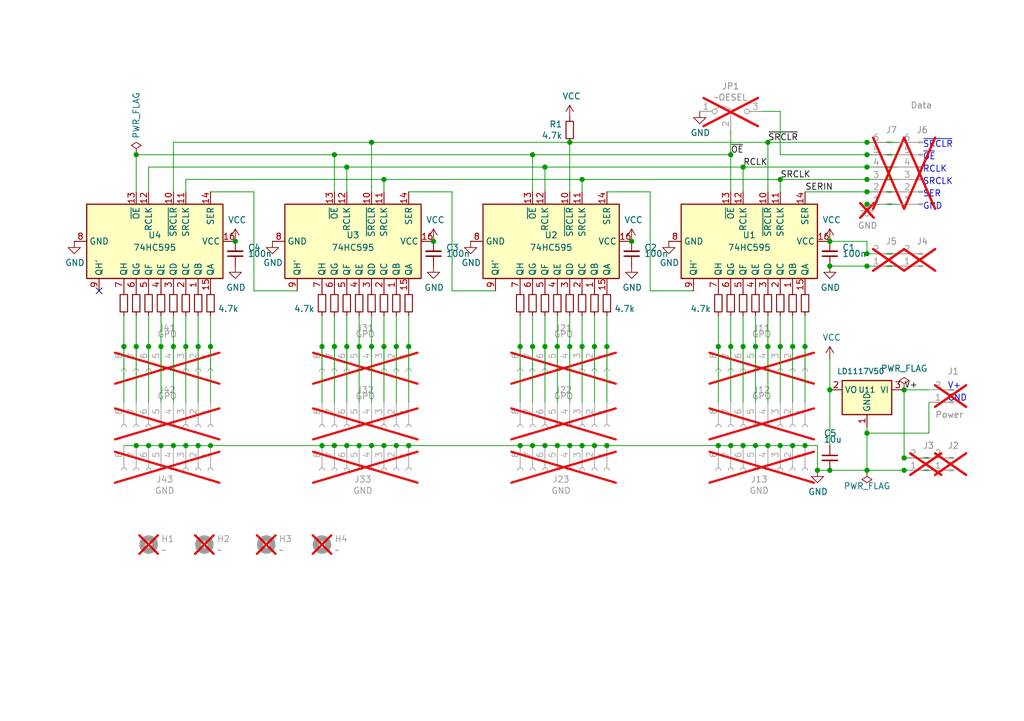
<source format=kicad_sch>
(kicad_sch (version 20231120) (generator "eeschema") (generator_version "8.0")
  (paper "A5")
  (title_block (title "Shift register 32-bit general purpose output") (date "2025-02-05") (rev "1"))
  (lib_symbols
    (symbol "74xx:74HC595"
      (property "Reference" "U" (at -7.62 13.97 0))
      (property "Value" "74HC595" (at -7.62 -16.51 0))
      (symbol "74HC595_1_0"
        (pin tri_state line (at 10.16 7.62 180) (length 2.54) (name "QB") (number "1"))
        (pin input line (at -10.16 2.54 0) (length 2.54) (name "~{SRCLR}") (number "10"))
        (pin input line (at -10.16 5.08 0) (length 2.54) (name "SRCLK") (number "11"))
        (pin input line (at -10.16 -2.54 0) (length 2.54) (name "RCLK") (number "12"))
        (pin input line (at -10.16 -5.08 0) (length 2.54) (name "~{OE}") (number "13"))
        (pin input line (at -10.16 10.16 0) (length 2.54) (name "SER") (number "14"))
        (pin tri_state line (at 10.16 10.16 180) (length 2.54) (name "QA") (number "15"))
        (pin power_in line (at 0 15.24 270) (length 2.54) (name "VCC") (number "16"))
        (pin tri_state line (at 10.16 5.08 180) (length 2.54) (name "QC") (number "2"))
        (pin tri_state line (at 10.16 2.54 180) (length 2.54) (name "QD") (number "3"))
        (pin tri_state line (at 10.16 0 180) (length 2.54) (name "QE") (number "4"))
        (pin tri_state line (at 10.16 -2.54 180) (length 2.54) (name "QF") (number "5"))
        (pin tri_state line (at 10.16 -5.08 180) (length 2.54) (name "QG") (number "6"))
        (pin tri_state line (at 10.16 -7.62 180) (length 2.54) (name "QH") (number "7"))
        (pin power_in line (at 0 -17.78 90) (length 2.54) (name "GND") (number "8"))
        (pin output line (at 10.16 -12.7 180) (length 2.54) (name "QH'") (number "9"))
      )
      (symbol "74HC595_1_1"
        (rectangle (start -7.62 12.7) (end 7.62 -15.24) (stroke (width 0.254)) (fill (type background)))
      )
    )
    (symbol "Connector:Conn_01x02_Pin" (pin_names (offset 1.016) hide)
      (property "Reference" "J" (at 0 2.54 0))
      (property "Value" "Conn_01x02_Pin" (at 0 -5.08 0))
      (symbol "Conn_01x02_Pin_1_1"
        (polyline (pts (xy 1.27 -2.54) (xy 0.8636 -2.54)) (stroke (width 0.1524)))
        (polyline (pts (xy 1.27 0) (xy 0.8636 0)) (stroke (width 0.1524)))
        (rectangle (start 0.8636 -2.413) (end 0 -2.667) (stroke (width 0.1524)) (fill (type outline)))
        (rectangle (start 0.8636 0.127) (end 0 -0.127) (stroke (width 0.1524)) (fill (type outline)))
        (pin passive line (at 5.08 0 180) (length 3.81) (name "Pin_1") (number "1"))
        (pin passive line (at 5.08 -2.54 180) (length 3.81) (name "Pin_2") (number "2"))
      )
    )
    (symbol "Connector:Conn_01x06_Pin" (pin_names (offset 1.016) hide)
      (property "Reference" "J" (at 0 7.62 0))
      (property "Value" "Conn_01x06_Pin" (at 0 -10.16 0))
      (symbol "Conn_01x06_Pin_1_1"
        (polyline (pts (xy 1.27 -7.62) (xy 0.8636 -7.62)) (stroke (width 0.1524)))
        (polyline (pts (xy 1.27 -5.08) (xy 0.8636 -5.08)) (stroke (width 0.1524)))
        (polyline (pts (xy 1.27 -2.54) (xy 0.8636 -2.54)) (stroke (width 0.1524)))
        (polyline (pts (xy 1.27 0) (xy 0.8636 0)) (stroke (width 0.1524)))
        (polyline (pts (xy 1.27 2.54) (xy 0.8636 2.54)) (stroke (width 0.1524)))
        (polyline (pts (xy 1.27 5.08) (xy 0.8636 5.08)) (stroke (width 0.1524)))
        (rectangle (start 0.8636 -7.493) (end 0 -7.747) (stroke (width 0.1524)) (fill (type outline)))
        (rectangle (start 0.8636 -4.953) (end 0 -5.207) (stroke (width 0.1524)) (fill (type outline)))
        (rectangle (start 0.8636 -2.413) (end 0 -2.667) (stroke (width 0.1524)) (fill (type outline)))
        (rectangle (start 0.8636 0.127) (end 0 -0.127) (stroke (width 0.1524)) (fill (type outline)))
        (rectangle (start 0.8636 2.667) (end 0 2.413) (stroke (width 0.1524)) (fill (type outline)))
        (rectangle (start 0.8636 5.207) (end 0 4.953) (stroke (width 0.1524)) (fill (type outline)))
        (pin passive line (at 5.08 5.08 180) (length 3.81) (name "Pin_1") (number "1"))
        (pin passive line (at 5.08 2.54 180) (length 3.81) (name "Pin_2") (number "2"))
        (pin passive line (at 5.08 0 180) (length 3.81) (name "Pin_3") (number "3"))
        (pin passive line (at 5.08 -2.54 180) (length 3.81) (name "Pin_4") (number "4"))
        (pin passive line (at 5.08 -5.08 180) (length 3.81) (name "Pin_5") (number "5"))
        (pin passive line (at 5.08 -7.62 180) (length 3.81) (name "Pin_6") (number "6"))
      )
    )
    (symbol "Connector:Conn_01x08_Socket" (pin_names (offset 1.016) hide)
      (property "Reference" "J" (at 0 10.16 0))
      (property "Value" "Conn_01x08_Socket" (at 0 -12.7 0))
      (symbol "Conn_01x08_Socket_1_1"
        (arc (start 0 -9.652) (mid -0.5058 -10.16) (end 0 -10.668) (stroke (width 0.1524)))
        (arc (start 0 -7.112) (mid -0.5058 -7.62) (end 0 -8.128) (stroke (width 0.1524)))
        (arc (start 0 -4.572) (mid -0.5058 -5.08) (end 0 -5.588) (stroke (width 0.1524)))
        (arc (start 0 -2.032) (mid -0.5058 -2.54) (end 0 -3.048) (stroke (width 0.1524)))
        (polyline (pts (xy -1.27 -10.16) (xy -0.508 -10.16)) (stroke (width 0.1524)))
        (polyline (pts (xy -1.27 -7.62) (xy -0.508 -7.62)) (stroke (width 0.1524)))
        (polyline (pts (xy -1.27 -5.08) (xy -0.508 -5.08)) (stroke (width 0.1524)))
        (polyline (pts (xy -1.27 -2.54) (xy -0.508 -2.54)) (stroke (width 0.1524)))
        (polyline (pts (xy -1.27 0) (xy -0.508 0)) (stroke (width 0.1524)))
        (polyline (pts (xy -1.27 2.54) (xy -0.508 2.54)) (stroke (width 0.1524)))
        (polyline (pts (xy -1.27 5.08) (xy -0.508 5.08)) (stroke (width 0.1524)))
        (polyline (pts (xy -1.27 7.62) (xy -0.508 7.62)) (stroke (width 0.1524)))
        (arc (start 0 0.508) (mid -0.5058 0) (end 0 -0.508) (stroke (width 0.1524)))
        (arc (start 0 3.048) (mid -0.5058 2.54) (end 0 2.032) (stroke (width 0.1524)))
        (arc (start 0 5.588) (mid -0.5058 5.08) (end 0 4.572) (stroke (width 0.1524)))
        (arc (start 0 8.128) (mid -0.5058 7.62) (end 0 7.112) (stroke (width 0.1524)))
        (pin passive line (at -5.08 7.62 0) (length 3.81) (name "Pin_1") (number "1"))
        (pin passive line (at -5.08 5.08 0) (length 3.81) (name "Pin_2") (number "2"))
        (pin passive line (at -5.08 2.54 0) (length 3.81) (name "Pin_3") (number "3"))
        (pin passive line (at -5.08 0 0) (length 3.81) (name "Pin_4") (number "4"))
        (pin passive line (at -5.08 -2.54 0) (length 3.81) (name "Pin_5") (number "5"))
        (pin passive line (at -5.08 -5.08 0) (length 3.81) (name "Pin_6") (number "6"))
        (pin passive line (at -5.08 -7.62 0) (length 3.81) (name "Pin_7") (number "7"))
        (pin passive line (at -5.08 -10.16 0) (length 3.81) (name "Pin_8") (number "8"))
      )
    )
    (symbol "Device:C_Small" (pin_numbers hide) (pin_names (offset 0.254) hide)
      (property "Reference" "C" (at 0.254 1.778 0))
      (property "Value" "C_Small" (at 0.254 -2.032 0))
      (symbol "C_Small_0_1"
        (polyline (pts (xy -1.524 -0.508) (xy 1.524 -0.508)) (stroke (width 0.3302)))
        (polyline (pts (xy -1.524 0.508) (xy 1.524 0.508)) (stroke (width 0.3048)))
      )
      (symbol "C_Small_1_1"
        (pin passive line (at 0 2.54 270) (length 2.032) (name "~") (number "1"))
        (pin passive line (at 0 -2.54 90) (length 2.032) (name "~") (number "2"))
      )
    )
    (symbol "Device:R_Small" (pin_numbers hide) (pin_names (offset 0.254) hide)
      (property "Reference" "R" (at 0.762 0.508 0))
      (property "Value" "R_Small" (at 0.762 -1.016 0))
      (symbol "R_Small_0_1"
        (rectangle (start -0.762 1.778) (end 0.762 -1.778) (stroke (width 0.2032)))
      )
      (symbol "R_Small_1_1"
        (pin passive line (at 0 2.54 270) (length 0.762) (name "~") (number "1"))
        (pin passive line (at 0 -2.54 90) (length 0.762) (name "~") (number "2"))
      )
    )
    (symbol "Jumper:Jumper_3_Bridged12" (pin_names (offset 0) hide) (exclude_from_sim yes) (in_bom no)
      (property "Reference" "JP" (at -2.54 -2.54 0))
      (property "Value" "Jumper_3_Bridged12" (at 0 2.794 0))
      (symbol "Jumper_3_Bridged12_0_0"
        (circle (center -3.302 0) (radius 0.508))
        (circle (center 0 0) (radius 0.508))
        (circle (center 3.302 0) (radius 0.508))
      )
      (symbol "Jumper_3_Bridged12_0_1"
        (arc (start -0.254 0.508) (mid -1.651 0.9912) (end -3.048 0.508))
        (polyline (pts (xy 0 -1.27) (xy 0 -0.508)))
      )
      (symbol "Jumper_3_Bridged12_1_1"
        (pin passive line (at -6.35 0 0) (length 2.54) (name "A") (number "1"))
        (pin passive line (at 0 -3.81 90) (length 2.54) (name "C") (number "2"))
        (pin passive line (at 6.35 0 180) (length 2.54) (name "B") (number "3"))
      )
    )
    (symbol "Mechanical:MountingHole" (pin_names (offset 1.016)) (exclude_from_sim yes) (in_bom no)
      (property "Reference" "H" (at 0 5.08 0))
      (property "Value" "MountingHole" (at 0 3.175 0))
      (symbol "MountingHole_0_1"
        (circle (center 0 0) (radius 1.27) (stroke (width 1.27)))
      )
    )
    (symbol "Regulator_Linear:AP1117-50"
      (property "Reference" "U" (at -3.81 3.175 0))
      (property "Value" "AP1117-50" (at 0 3.175 0))
      (symbol "AP1117-50_0_1"
        (rectangle (start -5.08 -5.08) (end 5.08 1.905) (stroke (width 0.254)) (fill (type background)))
      )
      (symbol "AP1117-50_1_1"
        (pin power_in line (at 0 -7.62 90) (length 2.54) (name "GND") (number "1"))
        (pin power_out line (at 7.62 0 180) (length 2.54) (name "VO") (number "2"))
        (pin power_in line (at -7.62 0 0) (length 2.54) (name "VI") (number "3"))
      )
    )
    (symbol "power:GND" (power) (pin_numbers hide) (pin_names (offset 0) hide)
      (property "Value" "GND" (at 0 -3.81 0))
      (symbol "GND_0_1"
        (polyline (pts (xy 0 0) (xy 0 -1.27) (xy 1.27 -1.27) (xy 0 -2.54) (xy -1.27 -1.27) (xy 0 -1.27)))
      )
      (symbol "GND_1_1"
        (pin power_in line (at 0 0 270) (length 0) (name "~") (number "1"))
      )
    )
    (symbol "power:PWR_FLAG" (power) (pin_numbers hide) (pin_names (offset 0) hide)
      (property "Value" "PWR_FLAG" (at 0 3.81 0))
      (symbol "PWR_FLAG_0_0"
        (pin power_out line (at 0 0 90) (length 0) (name "~") (number "1"))
      )
      (symbol "PWR_FLAG_0_1"
        (polyline (pts (xy 0 0) (xy 0 1.27) (xy -1.016 1.905) (xy 0 2.54) (xy 1.016 1.905) (xy 0 1.27)))
      )
    )
    (symbol "power:VCC" (power) (pin_numbers hide) (pin_names (offset 0) hide)
      (property "Value" "VCC" (at 0 3.556 0))
      (symbol "VCC_0_1"
        (polyline (pts (xy -0.762 1.27) (xy 0 2.54)))
        (polyline (pts (xy 0 0) (xy 0 2.54)))
        (polyline (pts (xy 0 2.54) (xy 0.762 1.27)))
      )
      (symbol "VCC_1_1"
        (pin power_in line (at 0 0 90) (length 0) (name "~") (number "1"))
      )
    )
  )
  (junction (at 149.86 31.75))
  (junction (at 30.48 91.44))
  (junction (at 66.04 71.12))
  (junction (at 106.68 71.12))
  (junction (at 162.56 71.12))
  (junction (at 71.12 91.44))
  (junction (at 149.86 71.12))
  (junction (at 119.38 36.83))
  (junction (at 177.8 29.21))
  (junction (at 152.4 34.29))
  (junction (at 185.42 93.98))
  (junction (at 119.38 91.44))
  (junction (at 27.94 91.44))
  (junction (at 165.1 91.44))
  (junction (at 177.8 39.37))
  (junction (at 27.94 31.75))
  (junction (at 35.56 91.44))
  (junction (at 81.28 71.12))
  (junction (at 129.54 49.53))
  (junction (at 162.56 91.44))
  (junction (at 43.18 71.12))
  (junction (at 149.86 91.44))
  (junction (at 114.3 91.44))
  (junction (at 177.8 31.75))
  (junction (at 78.74 71.12))
  (junction (at 83.82 91.44))
  (junction (at 43.18 91.44))
  (junction (at 109.22 31.75))
  (junction (at 38.1 91.44))
  (junction (at 88.9 49.53))
  (junction (at 25.4 71.12))
  (junction (at 111.76 34.29))
  (junction (at 33.02 91.44))
  (junction (at 68.58 71.12))
  (junction (at 170.18 80.01))
  (junction (at 152.4 91.44))
  (junction (at 177.8 36.83))
  (junction (at 109.22 91.44))
  (junction (at 73.66 91.44))
  (junction (at 76.2 29.21))
  (junction (at 185.42 96.52))
  (junction (at 147.32 71.12))
  (junction (at 121.92 91.44))
  (junction (at 111.76 91.44))
  (junction (at 170.18 49.53))
  (junction (at 124.46 71.12))
  (junction (at 165.1 71.12))
  (junction (at 177.8 96.52))
  (junction (at 177.8 54.61))
  (junction (at 177.8 52.07))
  (junction (at 116.84 29.21))
  (junction (at 177.8 34.29))
  (junction (at 116.84 91.44))
  (junction (at 81.28 91.44))
  (junction (at 71.12 34.29))
  (junction (at 35.56 71.12))
  (junction (at 68.58 31.75))
  (junction (at 167.64 96.52))
  (junction (at 121.92 71.12))
  (junction (at 38.1 71.12))
  (junction (at 157.48 29.21))
  (junction (at 157.48 71.12))
  (junction (at 106.68 91.44))
  (junction (at 160.02 91.44))
  (junction (at 68.58 91.44))
  (junction (at 119.38 71.12))
  (junction (at 177.8 41.91))
  (junction (at 152.4 71.12))
  (junction (at 78.74 36.83))
  (junction (at 48.26 49.53))
  (junction (at 111.76 71.12))
  (junction (at 76.2 91.44))
  (junction (at 147.32 91.44))
  (junction (at 40.64 71.12))
  (junction (at 40.64 91.44))
  (junction (at 170.18 96.52))
  (junction (at 76.2 71.12))
  (junction (at 114.3 71.12))
  (junction (at 116.84 71.12))
  (junction (at 154.94 91.44))
  (junction (at 160.02 71.12))
  (junction (at 170.18 54.61))
  (junction (at 73.66 71.12))
  (junction (at 27.94 71.12))
  (junction (at 177.8 88.9))
  (junction (at 78.74 91.44))
  (junction (at 33.02 71.12))
  (junction (at 185.42 80.01))
  (junction (at 66.04 91.44))
  (junction (at 160.02 36.83))
  (junction (at 154.94 71.12))
  (junction (at 109.22 71.12))
  (junction (at 157.48 91.44))
  (junction (at 30.48 71.12))
  (junction (at 83.82 71.12))
  (junction (at 71.12 71.12))
  (junction (at 124.46 91.44))
  (no_connect (at 20.32 59.69))
  (wire (pts (xy 81.28 64.77) (xy 81.28 71.12)))
  (wire (pts (xy 114.3 71.12) (xy 114.3 82.55)))
  (wire (pts (xy 152.4 71.12) (xy 152.4 82.55)))
  (wire (pts (xy 30.48 34.29) (xy 71.12 34.29)))
  (wire (pts (xy 157.48 91.44) (xy 154.94 91.44)))
  (wire (pts (xy 165.1 91.44) (xy 162.56 91.44)))
  (wire (pts (xy 167.64 91.44) (xy 167.64 96.52)))
  (wire (pts (xy 177.8 31.75) (xy 184.15 31.75)))
  (wire (pts (xy 147.32 64.77) (xy 147.32 71.12)))
  (wire (pts (xy 114.3 64.77) (xy 114.3 71.12)))
  (wire (pts (xy 76.2 29.21) (xy 116.84 29.21)))
  (wire (pts (xy 152.4 39.37) (xy 152.4 34.29)))
  (wire (pts (xy 35.56 91.44) (xy 33.02 91.44)))
  (wire (pts (xy 167.64 96.52) (xy 170.18 96.52)))
  (wire (pts (xy 35.56 29.21) (xy 76.2 29.21)))
  (wire (pts (xy 165.1 64.77) (xy 165.1 71.12)))
  (wire (pts (xy 38.1 64.77) (xy 38.1 71.12)))
  (wire (pts (xy 71.12 91.44) (xy 68.58 91.44)))
  (wire (pts (xy 119.38 36.83) (xy 119.38 39.37)))
  (wire (pts (xy 43.18 91.44) (xy 40.64 91.44)))
  (wire (pts (xy 68.58 71.12) (xy 68.58 82.55)))
  (wire (pts (xy 165.1 39.37) (xy 177.8 39.37)))
  (wire (pts (xy 83.82 64.77) (xy 83.82 71.12)))
  (wire (pts (xy 25.4 64.77) (xy 25.4 71.12)))
  (wire (pts (xy 154.94 91.44) (xy 152.4 91.44)))
  (wire (pts (xy 133.35 59.69) (xy 142.24 59.69)))
  (wire (pts (xy 38.1 36.83) (xy 38.1 39.37)))
  (wire (pts (xy 52.07 59.69) (xy 60.96 59.69)))
  (wire (pts (xy 157.48 64.77) (xy 157.48 71.12)))
  (wire (pts (xy 162.56 91.44) (xy 160.02 91.44)))
  (wire (pts (xy 52.07 39.37) (xy 52.07 59.69)))
  (wire (pts (xy 109.22 71.12) (xy 109.22 82.55)))
  (wire (pts (xy 71.12 71.12) (xy 71.12 82.55)))
  (wire (pts (xy 177.8 39.37) (xy 184.15 39.37)))
  (wire (pts (xy 76.2 91.44) (xy 73.66 91.44)))
  (wire (pts (xy 160.02 36.83) (xy 177.8 36.83)))
  (wire (pts (xy 165.1 82.55) (xy 165.1 71.12)))
  (wire (pts (xy 111.76 64.77) (xy 111.76 71.12)))
  (wire (pts (xy 119.38 71.12) (xy 119.38 82.55)))
  (wire (pts (xy 66.04 91.44) (xy 43.18 91.44)))
  (wire (pts (xy 177.8 34.29) (xy 184.15 34.29)))
  (wire (pts (xy 83.82 39.37) (xy 92.71 39.37)))
  (wire (pts (xy 116.84 64.77) (xy 116.84 71.12)))
  (wire (pts (xy 83.82 82.55) (xy 83.82 71.12)))
  (wire (pts (xy 40.64 91.44) (xy 38.1 91.44)))
  (wire (pts (xy 33.02 64.77) (xy 33.02 71.12)))
  (wire (pts (xy 76.2 29.21) (xy 76.2 39.37)))
  (wire (pts (xy 149.86 71.12) (xy 149.86 82.55)))
  (wire (pts (xy 66.04 71.12) (xy 66.04 82.55)))
  (wire (pts (xy 40.64 71.12) (xy 40.64 82.55)))
  (wire (pts (xy 160.02 39.37) (xy 160.02 36.83)))
  (wire (pts (xy 160.02 71.12) (xy 160.02 82.55)))
  (wire (pts (xy 43.18 82.55) (xy 43.18 71.12)))
  (wire (pts (xy 27.94 71.12) (xy 27.94 82.55)))
  (wire (pts (xy 185.42 93.98) (xy 190.5 93.98)))
  (wire (pts (xy 152.4 91.44) (xy 149.86 91.44)))
  (wire (pts (xy 109.22 91.44) (xy 106.68 91.44)))
  (wire (pts (xy 111.76 34.29) (xy 152.4 34.29)))
  (wire (pts (xy 30.48 91.44) (xy 27.94 91.44)))
  (wire (pts (xy 170.18 54.61) (xy 177.8 54.61)))
  (wire (pts (xy 170.18 80.01) (xy 170.18 91.44)))
  (wire (pts (xy 73.66 91.44) (xy 71.12 91.44)))
  (wire (pts (xy 116.84 91.44) (xy 114.3 91.44)))
  (wire (pts (xy 68.58 39.37) (xy 68.58 31.75)))
  (wire (pts (xy 106.68 91.44) (xy 83.82 91.44)))
  (wire (pts (xy 76.2 71.12) (xy 76.2 82.55)))
  (wire (pts (xy 121.92 91.44) (xy 119.38 91.44)))
  (wire (pts (xy 160.02 64.77) (xy 160.02 71.12)))
  (wire (pts (xy 152.4 34.29) (xy 177.8 34.29)))
  (wire (pts (xy 116.84 29.21) (xy 157.48 29.21)))
  (wire (pts (xy 106.68 64.77) (xy 106.68 71.12)))
  (wire (pts (xy 157.48 71.12) (xy 157.48 82.55)))
  (wire (pts (xy 111.76 39.37) (xy 111.76 34.29)))
  (wire (pts (xy 81.28 71.12) (xy 81.28 82.55)))
  (wire (pts (xy 170.18 96.52) (xy 177.8 96.52)))
  (wire (pts (xy 133.35 39.37) (xy 133.35 59.69)))
  (wire (pts (xy 68.58 64.77) (xy 68.58 71.12)))
  (wire (pts (xy 92.71 59.69) (xy 101.6 59.69)))
  (wire (pts (xy 149.86 26.67) (xy 149.86 31.75)))
  (wire (pts (xy 149.86 31.75) (xy 149.86 39.37)))
  (wire (pts (xy 154.94 64.77) (xy 154.94 71.12)))
  (wire (pts (xy 177.8 96.52) (xy 185.42 96.52)))
  (wire (pts (xy 157.48 29.21) (xy 157.48 39.37)))
  (wire (pts (xy 190.5 88.9) (xy 190.5 82.55)))
  (wire (pts (xy 116.84 71.12) (xy 116.84 82.55)))
  (wire (pts (xy 121.92 71.12) (xy 121.92 82.55)))
  (wire (pts (xy 92.71 39.37) (xy 92.71 59.69)))
  (wire (pts (xy 33.02 91.44) (xy 30.48 91.44)))
  (wire (pts (xy 35.56 39.37) (xy 35.56 29.21)))
  (wire (pts (xy 27.94 31.75) (xy 68.58 31.75)))
  (wire (pts (xy 111.76 91.44) (xy 109.22 91.44)))
  (wire (pts (xy 66.04 64.77) (xy 66.04 71.12)))
  (wire (pts (xy 30.48 71.12) (xy 30.48 82.55)))
  (wire (pts (xy 160.02 91.44) (xy 157.48 91.44)))
  (wire (pts (xy 33.02 71.12) (xy 33.02 82.55)))
  (wire (pts (xy 43.18 64.77) (xy 43.18 71.12)))
  (wire (pts (xy 147.32 91.44) (xy 124.46 91.44)))
  (wire (pts (xy 114.3 91.44) (xy 111.76 91.44)))
  (wire (pts (xy 35.56 71.12) (xy 35.56 82.55)))
  (wire (pts (xy 156.21 22.86) (xy 160.02 22.86)))
  (wire (pts (xy 38.1 71.12) (xy 38.1 82.55)))
  (wire (pts (xy 27.94 64.77) (xy 27.94 71.12)))
  (wire (pts (xy 71.12 64.77) (xy 71.12 71.12)))
  (wire (pts (xy 177.8 49.53) (xy 177.8 52.07)))
  (wire (pts (xy 177.8 88.9) (xy 177.8 87.63)))
  (wire (pts (xy 185.42 96.52) (xy 190.5 96.52)))
  (wire (pts (xy 177.8 88.9) (xy 190.5 88.9)))
  (wire (pts (xy 68.58 91.44) (xy 66.04 91.44)))
  (wire (pts (xy 177.8 52.07) (xy 184.15 52.07)))
  (wire (pts (xy 119.38 91.44) (xy 116.84 91.44)))
  (wire (pts (xy 109.22 64.77) (xy 109.22 71.12)))
  (wire (pts (xy 78.74 36.83) (xy 38.1 36.83)))
  (wire (pts (xy 27.94 91.44) (xy 25.4 91.44)))
  (wire (pts (xy 73.66 71.12) (xy 73.66 82.55)))
  (wire (pts (xy 40.64 64.77) (xy 40.64 71.12)))
  (wire (pts (xy 124.46 39.37) (xy 133.35 39.37)))
  (wire (pts (xy 73.66 64.77) (xy 73.66 71.12)))
  (wire (pts (xy 71.12 34.29) (xy 111.76 34.29)))
  (wire (pts (xy 83.82 91.44) (xy 81.28 91.44)))
  (wire (pts (xy 152.4 64.77) (xy 152.4 71.12)))
  (wire (pts (xy 149.86 64.77) (xy 149.86 71.12)))
  (wire (pts (xy 119.38 36.83) (xy 160.02 36.83)))
  (wire (pts (xy 185.42 80.01) (xy 185.42 93.98)))
  (wire (pts (xy 177.8 96.52) (xy 177.8 88.9)))
  (wire (pts (xy 78.74 64.77) (xy 78.74 71.12)))
  (wire (pts (xy 109.22 31.75) (xy 149.86 31.75)))
  (wire (pts (xy 149.86 91.44) (xy 147.32 91.44)))
  (wire (pts (xy 111.76 71.12) (xy 111.76 82.55)))
  (wire (pts (xy 154.94 71.12) (xy 154.94 82.55)))
  (wire (pts (xy 43.18 39.37) (xy 52.07 39.37)))
  (wire (pts (xy 177.8 54.61) (xy 184.15 54.61)))
  (wire (pts (xy 71.12 39.37) (xy 71.12 34.29)))
  (wire (pts (xy 35.56 64.77) (xy 35.56 71.12)))
  (wire (pts (xy 177.8 29.21) (xy 184.15 29.21)))
  (wire (pts (xy 157.48 29.21) (xy 177.8 29.21)))
  (wire (pts (xy 177.8 36.83) (xy 184.15 36.83)))
  (wire (pts (xy 185.42 80.01) (xy 190.5 80.01)))
  (wire (pts (xy 81.28 91.44) (xy 78.74 91.44)))
  (wire (pts (xy 109.22 39.37) (xy 109.22 31.75)))
  (wire (pts (xy 124.46 91.44) (xy 121.92 91.44)))
  (wire (pts (xy 25.4 71.12) (xy 25.4 82.55)))
  (wire (pts (xy 124.46 82.55) (xy 124.46 71.12)))
  (wire (pts (xy 27.94 39.37) (xy 27.94 31.75)))
  (wire (pts (xy 78.74 39.37) (xy 78.74 36.83)))
  (wire (pts (xy 165.1 91.44) (xy 167.64 91.44)))
  (wire (pts (xy 78.74 91.44) (xy 76.2 91.44)))
  (wire (pts (xy 170.18 49.53) (xy 177.8 49.53)))
  (wire (pts (xy 78.74 36.83) (xy 119.38 36.83)))
  (wire (pts (xy 38.1 91.44) (xy 35.56 91.44)))
  (wire (pts (xy 147.32 71.12) (xy 147.32 82.55)))
  (wire (pts (xy 121.92 64.77) (xy 121.92 71.12)))
  (wire (pts (xy 30.48 39.37) (xy 30.48 34.29)))
  (wire (pts (xy 160.02 22.86) (xy 160.02 31.75)))
  (wire (pts (xy 177.8 31.75) (xy 160.02 31.75)))
  (wire (pts (xy 76.2 64.77) (xy 76.2 71.12)))
  (wire (pts (xy 170.18 73.66) (xy 170.18 80.01)))
  (wire (pts (xy 177.8 41.91) (xy 184.15 41.91)))
  (wire (pts (xy 162.56 64.77) (xy 162.56 71.12)))
  (wire (pts (xy 68.58 31.75) (xy 109.22 31.75)))
  (wire (pts (xy 106.68 71.12) (xy 106.68 82.55)))
  (wire (pts (xy 162.56 71.12) (xy 162.56 82.55)))
  (wire (pts (xy 119.38 64.77) (xy 119.38 71.12)))
  (wire (pts (xy 78.74 71.12) (xy 78.74 82.55)))
  (wire (pts (xy 116.84 39.37) (xy 116.84 29.21)))
  (wire (pts (xy 30.48 64.77) (xy 30.48 71.12)))
  (wire (pts (xy 124.46 64.77) (xy 124.46 71.12)))
  (text "RCLK" (at 189.23 35.56 0) (effects (font (size 1.27 1.27)) (justify left bottom)))
  (text "SRCLK" (at 189.23 38.1 0) (effects (font (size 1.27 1.27)) (justify left bottom)))
  (text "GND" (at 189.23 43.18 0) (effects (font (size 1.27 1.27)) (justify left bottom)))
  (text "GND" (at 194.31 82.55 0) (effects (font (size 1.27 1.27)) (justify left bottom)))
  (text "~{OE}" (at 189.23 33.02 0) (effects (font (size 1.27 1.27)) (justify left bottom)))
  (text "~{SRCLR}" (at 189.23 30.48 0) (effects (font (size 1.27 1.27)) (justify left bottom)))
  (text "SER" (at 189.23 40.64 0) (effects (font (size 1.27 1.27)) (justify left bottom)))
  (text "V+" (at 194.31 80.01 0) (effects (font (size 1.27 1.27)) (justify left bottom)))
  (label "SERIN" (at 165.1 39.37 0))
  (label "V+" (at 185.42 80.01 0))
  (label "~{OE}" (at 149.86 31.75 0))
  (label "SRCLK" (at 160.02 36.83 0))
  (label "~{SRCLR}" (at 157.48 29.21 0))
  (label "RCLK" (at 152.4 34.29 0))
  (symbol (lib_id "power:GND") (at 96.52 49.53 0) (unit 1)
    (property "Reference" "#PWR06" (effects (hide yes)))
    (property "Value" "GND" (at 96.647 53.9242 0))
    (property "Description" "Power symbol creates a global label with name \"GND\" , ground" (effects (hide yes)))
  )
  (symbol (lib_id "power:GND") (at 137.16 49.53 0) (unit 1)
    (property "Reference" "#PWR04" (effects (hide yes)))
    (property "Value" "GND" (at 137.287 53.9242 0))
    (property "Description" "Power symbol creates a global label with name \"GND\" , ground" (effects (hide yes)))
  )
  (symbol (lib_id "power:PWR_FLAG") (at 177.8 96.52 180) (unit 1)
    (property "Reference" "#FLG02" (effects (hide yes)))
    (property "Value" "PWR_FLAG" (at 177.8 99.7458 0))
    (property "Description" "Special symbol for telling ERC where power comes from" (effects (hide yes)))
  )
  (symbol (lib_id "Connector:Conn_01x06_Pin") (at 189.23 36.83 180) (unit 1) (in_bom no) (dnp yes)
    (property "Reference" "J6" (at 187.96 26.67 0) (effects (justify right)))
    (property "Value" "Data" (at 186.69 21.59 0) (effects (justify right)))
    (property "Footprint" "Connector_PinHeader_2.54mm:PinHeader_1x06_P2.54mm_Vertical" (effects (hide yes)))
    (property "Description" "Generic connector, single row, 01x06, script generated" (effects (hide yes)))
  )
  (symbol (lib_id "Device:C_Small") (at 129.54 52.07 0) (mirror x) (unit 1)
    (property "Reference" "C2" (at 132.08 50.8 0) (effects (justify left)))
    (property "Value" "100n" (at 132.08 52.07 0) (effects (justify left)))
    (property "Footprint" "Capacitor_SMD:C_0603_1608Metric" (effects (hide yes)))
    (property "Description" "Unpolarized capacitor, small symbol" (effects (hide yes)))
    (property "Manufacturer" "Generic" (effects (hide yes)))
    (property "Package" "0603" (effects (hide yes)))
    (property "Type" "SMD" (effects (hide yes)))
  )
  (symbol (lib_id "Device:C_Small") (at 170.18 52.07 0) (mirror x) (unit 1)
    (property "Reference" "C1" (at 172.72 50.8 0) (effects (justify left)))
    (property "Value" "100n" (at 172.72 52.07 0) (effects (justify left)))
    (property "Footprint" "Capacitor_SMD:C_0603_1608Metric" (effects (hide yes)))
    (property "Description" "Unpolarized capacitor, small symbol" (effects (hide yes)))
    (property "Manufacturer" "Generic" (effects (hide yes)))
    (property "Package" "0603" (effects (hide yes)))
    (property "Type" "SMD" (effects (hide yes)))
  )
  (symbol (lib_id "power:GND") (at 167.64 96.52 0) (unit 1)
    (property "Reference" "#PWR0103" (effects (hide yes)))
    (property "Value" "GND" (at 167.767 100.9142 0))
    (property "Description" "Power symbol creates a global label with name \"GND\" , ground" (effects (hide yes)))
  )
  (symbol (lib_id "power:GND") (at 143.51 22.86 0) (unit 1)
    (property "Reference" "#PWR0104" (effects (hide yes)))
    (property "Value" "GND" (at 143.637 27.2542 0))
    (property "Description" "Power symbol creates a global label with name \"GND\" , ground" (effects (hide yes)))
  )
  (symbol (lib_id "Mechanical:MountingHole") (at 30.48 111.76 0) (unit 1) (in_bom no) (dnp yes)
    (property "Reference" "H1" (at 33.02 110.5916 0) (effects (justify left)))
    (property "Value" "~" (at 33.02 112.903 0) (effects (justify left)))
    (property "Footprint" "MountingHole:MountingHole_3mm_Pad" (effects (hide yes)))
    (property "Description" "Mounting Hole without connection" (effects (hide yes)))
  )
  (symbol (lib_id "Mechanical:MountingHole") (at 41.91 111.76 0) (unit 1) (in_bom no) (dnp yes)
    (property "Reference" "H2" (at 44.45 110.5916 0) (effects (justify left)))
    (property "Value" "~" (at 44.45 112.903 0) (effects (justify left)))
    (property "Footprint" "MountingHole:MountingHole_3mm_Pad" (effects (hide yes)))
    (property "Description" "Mounting Hole without connection" (effects (hide yes)))
  )
  (symbol (lib_id "Mechanical:MountingHole") (at 54.61 111.76 0) (unit 1) (in_bom no) (dnp yes)
    (property "Reference" "H3" (at 57.15 110.5916 0) (effects (justify left)))
    (property "Value" "~" (at 57.15 112.903 0) (effects (justify left)))
    (property "Footprint" "MountingHole:MountingHole_3mm_Pad" (effects (hide yes)))
    (property "Description" "Mounting Hole without connection" (effects (hide yes)))
  )
  (symbol (lib_id "Jumper:Jumper_3_Bridged12") (at 149.86 22.86 0) (unit 1) (in_bom no) (dnp yes)
    (property "Reference" "JP1" (at 149.86 17.6784 0))
    (property "Value" "~OESEL" (at 149.86 19.9898 0))
    (property "Footprint" "Connector_PinHeader_2.54mm:PinHeader_1x03_P2.54mm_Vertical" (effects (hide yes)))
    (property "Description" "Jumper, 3-pole, pins 1+2 closed/bridged" (effects (hide yes)))
  )
  (symbol (lib_id "Mechanical:MountingHole") (at 66.04 111.76 0) (unit 1) (in_bom no) (dnp yes)
    (property "Reference" "H4" (at 68.58 110.5916 0) (effects (justify left)))
    (property "Value" "~" (at 68.58 112.903 0) (effects (justify left)))
    (property "Footprint" "MountingHole:MountingHole_3mm_Pad" (effects (hide yes)))
    (property "Description" "Mounting Hole without connection" (effects (hide yes)))
  )
  (symbol (lib_id "power:GND") (at 129.54 54.61 0) (unit 1)
    (property "Reference" "#PWR0101" (effects (hide yes)))
    (property "Value" "GND" (at 129.667 59.0042 0))
    (property "Description" "Power symbol creates a global label with name \"GND\" , ground" (effects (hide yes)))
  )
  (symbol (lib_id "power:GND") (at 170.18 54.61 0) (unit 1)
    (property "Reference" "#PWR0106" (effects (hide yes)))
    (property "Value" "GND" (at 170.307 59.0042 0))
    (property "Description" "Power symbol creates a global label with name \"GND\" , ground" (effects (hide yes)))
  )
  (symbol (lib_id "power:GND") (at 15.24 49.53 0) (unit 1)
    (property "Reference" "#PWR0107" (effects (hide yes)))
    (property "Value" "GND" (at 15.367 53.9242 0))
    (property "Description" "Power symbol creates a global label with name \"GND\" , ground" (effects (hide yes)))
  )
  (symbol (lib_id "power:GND") (at 55.88 49.53 0) (unit 1)
    (property "Reference" "#PWR0108" (effects (hide yes)))
    (property "Value" "GND" (at 56.007 53.9242 0))
    (property "Description" "Power symbol creates a global label with name \"GND\" , ground" (effects (hide yes)))
  )
  (symbol (lib_id "Device:C_Small") (at 88.9 52.07 0) (mirror x) (unit 1)
    (property "Reference" "C3" (at 91.44 50.8 0) (effects (justify left)))
    (property "Value" "100n" (at 91.44 52.07 0) (effects (justify left)))
    (property "Footprint" "Capacitor_SMD:C_0603_1608Metric" (effects (hide yes)))
    (property "Description" "Unpolarized capacitor, small symbol" (effects (hide yes)))
    (property "Manufacturer" "Generic" (effects (hide yes)))
    (property "Package" "0603" (effects (hide yes)))
    (property "Type" "SMD" (effects (hide yes)))
  )
  (symbol (lib_id "Device:C_Small") (at 48.26 52.07 0) (mirror x) (unit 1)
    (property "Reference" "C4" (at 50.8 50.8 0) (effects (justify left)))
    (property "Value" "100n" (at 50.8 52.07 0) (effects (justify left)))
    (property "Footprint" "Capacitor_SMD:C_0603_1608Metric" (effects (hide yes)))
    (property "Description" "Unpolarized capacitor, small symbol" (effects (hide yes)))
    (property "Manufacturer" "Generic" (effects (hide yes)))
    (property "Package" "0603" (effects (hide yes)))
    (property "Type" "SMD" (effects (hide yes)))
  )
  (symbol (lib_id "power:GND") (at 48.26 54.61 0) (unit 1)
    (property "Reference" "#PWR0109" (effects (hide yes)))
    (property "Value" "GND" (at 48.387 59.0042 0))
    (property "Description" "Power symbol creates a global label with name \"GND\" , ground" (effects (hide yes)))
  )
  (symbol (lib_id "power:GND") (at 88.9 54.61 0) (unit 1)
    (property "Reference" "#PWR0111" (effects (hide yes)))
    (property "Value" "GND" (at 89.027 59.0042 0))
    (property "Description" "Power symbol creates a global label with name \"GND\" , ground" (effects (hide yes)))
  )
  (symbol (lib_id "Connector:Conn_01x02_Pin") (at 189.23 54.61 180) (unit 1) (in_bom no) (dnp yes)
    (property "Reference" "J4" (at 187.96 49.53 0) (effects (justify right)))
    (property "Value" "Power" (effects (hide yes)))
    (property "Footprint" "Connector_PinHeader_2.54mm:PinHeader_1x02_P2.54mm_Vertical" (effects (hide yes)))
    (property "Description" "Generic connector, single row, 01x02, script generated" (effects (hide yes)))
  )
  (symbol (lib_id "Connector:Conn_01x02_Pin") (at 182.88 54.61 180) (unit 1) (in_bom no) (dnp yes)
    (property "Reference" "J5" (at 181.61 49.53 0) (effects (justify right)))
    (property "Value" "Power" (effects (hide yes)))
    (property "Footprint" "Connector_PinHeader_2.54mm:PinHeader_1x02_P2.54mm_Vertical" (effects (hide yes)))
    (property "Description" "Generic connector, single row, 01x02, script generated" (effects (hide yes)))
  )
  (symbol (lib_id "Connector:Conn_01x02_Pin") (at 195.58 96.52 180) (unit 1) (in_bom no) (dnp yes)
    (property "Reference" "J2" (at 194.31 91.44 0) (effects (justify right)))
    (property "Value" "Power" (effects (hide yes)))
    (property "Footprint" "Connector_PinHeader_2.54mm:PinHeader_1x02_P2.54mm_Vertical" (effects (hide yes)))
    (property "Description" "Generic connector, single row, 01x02, script generated" (effects (hide yes)))
  )
  (symbol (lib_id "Connector:Conn_01x02_Pin") (at 190.5 96.52 180) (unit 1) (in_bom no) (dnp yes)
    (property "Reference" "J3" (at 189.23 91.44 0) (effects (justify right)))
    (property "Value" "Power" (effects (hide yes)))
    (property "Footprint" "Connector_PinHeader_2.54mm:PinHeader_1x02_P2.54mm_Vertical" (effects (hide yes)))
    (property "Description" "Generic connector, single row, 01x02, script generated" (effects (hide yes)))
  )
  (symbol (lib_id "Connector:Conn_01x02_Pin") (at 195.58 82.55 180) (unit 1) (in_bom no) (dnp yes)
    (property "Reference" "J1" (at 194.31 76.2 0) (effects (justify right)))
    (property "Value" "Power" (at 191.77 85.09 0) (effects (justify right)))
    (property "Footprint" "TerminalBlock:TerminalBlock_bornier-2_P5.08mm" (effects (hide yes)))
    (property "Description" "Generic connector, single row, 01x02, script generated" (effects (hide yes)))
  )
  (symbol (lib_id "Connector:Conn_01x08_Socket") (at 35.56 96.52 270) (unit 1) (in_bom no) (dnp yes)
    (property "Reference" "J43" (at 33.782 98.3742 90))
    (property "Value" "GND" (at 33.782 100.6856 90))
    (property "Footprint" "Connector_PinHeader_2.54mm:PinHeader_1x08_P2.54mm_Vertical" (effects (hide yes)))
    (property "Description" "Generic connector, single row, 01x08, script generated" (effects (hide yes)))
  )
  (symbol (lib_id "Connector:Conn_01x08_Socket") (at 76.2 96.52 270) (unit 1) (in_bom no) (dnp yes)
    (property "Reference" "J33" (at 74.422 98.3742 90))
    (property "Value" "GND" (at 74.422 100.6856 90))
    (property "Footprint" "Connector_PinHeader_2.54mm:PinHeader_1x08_P2.54mm_Vertical" (effects (hide yes)))
    (property "Description" "Generic connector, single row, 01x08, script generated" (effects (hide yes)))
  )
  (symbol (lib_id "Connector:Conn_01x08_Socket") (at 116.84 96.52 270) (unit 1) (in_bom no) (dnp yes)
    (property "Reference" "J23" (at 115.062 98.3742 90))
    (property "Value" "GND" (at 115.062 100.6856 90))
    (property "Footprint" "Connector_PinHeader_2.54mm:PinHeader_1x08_P2.54mm_Vertical" (effects (hide yes)))
    (property "Description" "Generic connector, single row, 01x08, script generated" (effects (hide yes)))
  )
  (symbol (lib_id "Connector:Conn_01x08_Socket") (at 157.48 96.52 270) (unit 1) (in_bom no) (dnp yes)
    (property "Reference" "J13" (at 155.702 98.3742 90))
    (property "Value" "GND" (at 155.702 100.6856 90))
    (property "Footprint" "Connector_PinHeader_2.54mm:PinHeader_1x08_P2.54mm_Vertical" (effects (hide yes)))
    (property "Description" "Generic connector, single row, 01x08, script generated" (effects (hide yes)))
  )
  (symbol (lib_id "Device:R_Small") (at 147.32 62.23 0) (mirror y) (unit 1)
    (property "Reference" "R18" (effects (hide yes)))
    (property "Value" "4.7k" (at 145.8214 63.373 0) (effects (justify left)))
    (property "Footprint" "Resistor_SMD:R_0603_1608Metric" (effects (hide yes)))
    (property "Description" "Resistor, small symbol" (effects (hide yes)))
    (property "Manufacturer" "Generic" (effects (hide yes)))
    (property "Package" "0603" (effects (hide yes)))
    (property "Type" "SMD" (effects (hide yes)))
  )
  (symbol (lib_id "Device:R_Small") (at 149.86 62.23 0) (mirror y) (unit 1)
    (property "Reference" "R17" (effects (hide yes)))
    (property "Value" "4.7k" (effects (hide yes)))
    (property "Footprint" "Resistor_SMD:R_0603_1608Metric" (effects (hide yes)))
    (property "Description" "Resistor, small symbol" (effects (hide yes)))
    (property "Manufacturer" "Generic" (effects (hide yes)))
    (property "Package" "0603" (effects (hide yes)))
    (property "Type" "SMD" (effects (hide yes)))
  )
  (symbol (lib_id "Device:R_Small") (at 152.4 62.23 0) (mirror y) (unit 1)
    (property "Reference" "R16" (effects (hide yes)))
    (property "Value" "4.7k" (effects (hide yes)))
    (property "Footprint" "Resistor_SMD:R_0603_1608Metric" (effects (hide yes)))
    (property "Description" "Resistor, small symbol" (effects (hide yes)))
    (property "Manufacturer" "Generic" (effects (hide yes)))
    (property "Package" "0603" (effects (hide yes)))
    (property "Type" "SMD" (effects (hide yes)))
  )
  (symbol (lib_id "Device:R_Small") (at 154.94 62.23 0) (mirror y) (unit 1)
    (property "Reference" "R15" (effects (hide yes)))
    (property "Value" "4.7k" (effects (hide yes)))
    (property "Footprint" "Resistor_SMD:R_0603_1608Metric" (effects (hide yes)))
    (property "Description" "Resistor, small symbol" (effects (hide yes)))
    (property "Manufacturer" "Generic" (effects (hide yes)))
    (property "Package" "0603" (effects (hide yes)))
    (property "Type" "SMD" (effects (hide yes)))
  )
  (symbol (lib_id "Device:R_Small") (at 157.48 62.23 0) (mirror y) (unit 1)
    (property "Reference" "R14" (effects (hide yes)))
    (property "Value" "4.7k" (effects (hide yes)))
    (property "Footprint" "Resistor_SMD:R_0603_1608Metric" (effects (hide yes)))
    (property "Description" "Resistor, small symbol" (effects (hide yes)))
    (property "Manufacturer" "Generic" (effects (hide yes)))
    (property "Package" "0603" (effects (hide yes)))
    (property "Type" "SMD" (effects (hide yes)))
  )
  (symbol (lib_id "Device:R_Small") (at 160.02 62.23 0) (mirror y) (unit 1)
    (property "Reference" "R13" (effects (hide yes)))
    (property "Value" "4.7k" (effects (hide yes)))
    (property "Footprint" "Resistor_SMD:R_0603_1608Metric" (effects (hide yes)))
    (property "Description" "Resistor, small symbol" (effects (hide yes)))
    (property "Manufacturer" "Generic" (effects (hide yes)))
    (property "Package" "0603" (effects (hide yes)))
    (property "Type" "SMD" (effects (hide yes)))
  )
  (symbol (lib_id "Device:R_Small") (at 162.56 62.23 0) (mirror y) (unit 1)
    (property "Reference" "R12" (effects (hide yes)))
    (property "Value" "4.7k" (effects (hide yes)))
    (property "Footprint" "Resistor_SMD:R_0603_1608Metric" (effects (hide yes)))
    (property "Description" "Resistor, small symbol" (effects (hide yes)))
    (property "Manufacturer" "Generic" (effects (hide yes)))
    (property "Package" "0603" (effects (hide yes)))
    (property "Type" "SMD" (effects (hide yes)))
  )
  (symbol (lib_id "Device:R_Small") (at 165.1 62.23 0) (mirror y) (unit 1)
    (property "Reference" "R11" (effects (hide yes)))
    (property "Value" "4.7k" (effects (hide yes)))
    (property "Footprint" "Resistor_SMD:R_0603_1608Metric" (effects (hide yes)))
    (property "Description" "Resistor, small symbol" (effects (hide yes)))
    (property "Manufacturer" "Generic" (effects (hide yes)))
    (property "Package" "0603" (effects (hide yes)))
    (property "Type" "SMD" (effects (hide yes)))
  )
  (symbol (lib_id "Device:R_Small") (at 106.68 62.23 0) (unit 1)
    (property "Reference" "R28" (effects (hide yes)))
    (property "Value" "4.7k" (effects (hide yes)))
    (property "Footprint" "Resistor_SMD:R_0603_1608Metric" (effects (hide yes)))
    (property "Description" "Resistor, small symbol" (effects (hide yes)))
    (property "Manufacturer" "Generic" (effects (hide yes)))
    (property "Package" "0603" (effects (hide yes)))
    (property "Type" "SMD" (effects (hide yes)))
  )
  (symbol (lib_id "Device:R_Small") (at 109.22 62.23 0) (unit 1)
    (property "Reference" "R27" (effects (hide yes)))
    (property "Value" "4.7k" (effects (hide yes)))
    (property "Footprint" "Resistor_SMD:R_0603_1608Metric" (effects (hide yes)))
    (property "Description" "Resistor, small symbol" (effects (hide yes)))
    (property "Manufacturer" "Generic" (effects (hide yes)))
    (property "Package" "0603" (effects (hide yes)))
    (property "Type" "SMD" (effects (hide yes)))
  )
  (symbol (lib_id "Device:R_Small") (at 111.76 62.23 0) (unit 1)
    (property "Reference" "R26" (effects (hide yes)))
    (property "Value" "4.7k" (effects (hide yes)))
    (property "Footprint" "Resistor_SMD:R_0603_1608Metric" (effects (hide yes)))
    (property "Description" "Resistor, small symbol" (effects (hide yes)))
    (property "Manufacturer" "Generic" (effects (hide yes)))
    (property "Package" "0603" (effects (hide yes)))
    (property "Type" "SMD" (effects (hide yes)))
  )
  (symbol (lib_id "Device:R_Small") (at 114.3 62.23 0) (unit 1)
    (property "Reference" "R25" (effects (hide yes)))
    (property "Value" "4.7k" (effects (hide yes)))
    (property "Footprint" "Resistor_SMD:R_0603_1608Metric" (effects (hide yes)))
    (property "Description" "Resistor, small symbol" (effects (hide yes)))
    (property "Manufacturer" "Generic" (effects (hide yes)))
    (property "Package" "0603" (effects (hide yes)))
    (property "Type" "SMD" (effects (hide yes)))
  )
  (symbol (lib_id "Device:R_Small") (at 116.84 62.23 0) (unit 1)
    (property "Reference" "R24" (effects (hide yes)))
    (property "Value" "4.7k" (effects (hide yes)))
    (property "Footprint" "Resistor_SMD:R_0603_1608Metric" (effects (hide yes)))
    (property "Description" "Resistor, small symbol" (effects (hide yes)))
    (property "Manufacturer" "Generic" (effects (hide yes)))
    (property "Package" "0603" (effects (hide yes)))
    (property "Type" "SMD" (effects (hide yes)))
  )
  (symbol (lib_id "Device:R_Small") (at 119.38 62.23 0) (unit 1)
    (property "Reference" "R23" (effects (hide yes)))
    (property "Value" "4.7k" (effects (hide yes)))
    (property "Footprint" "Resistor_SMD:R_0603_1608Metric" (effects (hide yes)))
    (property "Description" "Resistor, small symbol" (effects (hide yes)))
    (property "Manufacturer" "Generic" (effects (hide yes)))
    (property "Package" "0603" (effects (hide yes)))
    (property "Type" "SMD" (effects (hide yes)))
  )
  (symbol (lib_id "Device:R_Small") (at 121.92 62.23 0) (unit 1)
    (property "Reference" "R22" (effects (hide yes)))
    (property "Value" "4.7k" (effects (hide yes)))
    (property "Footprint" "Resistor_SMD:R_0603_1608Metric" (effects (hide yes)))
    (property "Description" "Resistor, small symbol" (effects (hide yes)))
    (property "Manufacturer" "Generic" (effects (hide yes)))
    (property "Package" "0603" (effects (hide yes)))
    (property "Type" "SMD" (effects (hide yes)))
  )
  (symbol (lib_id "Device:R_Small") (at 124.46 62.23 0) (unit 1)
    (property "Reference" "R21" (effects (hide yes)))
    (property "Value" "4.7k" (at 125.9586 63.373 0) (effects (justify left)))
    (property "Footprint" "Resistor_SMD:R_0603_1608Metric" (effects (hide yes)))
    (property "Description" "Resistor, small symbol" (effects (hide yes)))
    (property "Manufacturer" "Generic" (effects (hide yes)))
    (property "Package" "0603" (effects (hide yes)))
    (property "Type" "SMD" (effects (hide yes)))
  )
  (symbol (lib_id "Device:R_Small") (at 83.82 62.23 0) (mirror y) (unit 1)
    (property "Reference" "R31" (effects (hide yes)))
    (property "Value" "4.7k" (effects (hide yes)))
    (property "Footprint" "Resistor_SMD:R_0603_1608Metric" (effects (hide yes)))
    (property "Description" "Resistor, small symbol" (effects (hide yes)))
    (property "Manufacturer" "Generic" (effects (hide yes)))
    (property "Package" "0603" (effects (hide yes)))
    (property "Type" "SMD" (effects (hide yes)))
  )
  (symbol (lib_id "Device:R_Small") (at 81.28 62.23 0) (mirror y) (unit 1)
    (property "Reference" "R32" (effects (hide yes)))
    (property "Value" "4.7k" (effects (hide yes)))
    (property "Footprint" "Resistor_SMD:R_0603_1608Metric" (effects (hide yes)))
    (property "Description" "Resistor, small symbol" (effects (hide yes)))
    (property "Manufacturer" "Generic" (effects (hide yes)))
    (property "Package" "0603" (effects (hide yes)))
    (property "Type" "SMD" (effects (hide yes)))
  )
  (symbol (lib_id "Device:R_Small") (at 78.74 62.23 0) (mirror y) (unit 1)
    (property "Reference" "R33" (effects (hide yes)))
    (property "Value" "4.7k" (effects (hide yes)))
    (property "Footprint" "Resistor_SMD:R_0603_1608Metric" (effects (hide yes)))
    (property "Description" "Resistor, small symbol" (effects (hide yes)))
    (property "Manufacturer" "Generic" (effects (hide yes)))
    (property "Package" "0603" (effects (hide yes)))
    (property "Type" "SMD" (effects (hide yes)))
  )
  (symbol (lib_id "Device:R_Small") (at 76.2 62.23 0) (mirror y) (unit 1)
    (property "Reference" "R34" (effects (hide yes)))
    (property "Value" "4.7k" (effects (hide yes)))
    (property "Footprint" "Resistor_SMD:R_0603_1608Metric" (effects (hide yes)))
    (property "Description" "Resistor, small symbol" (effects (hide yes)))
    (property "Manufacturer" "Generic" (effects (hide yes)))
    (property "Package" "0603" (effects (hide yes)))
    (property "Type" "SMD" (effects (hide yes)))
  )
  (symbol (lib_id "Device:R_Small") (at 73.66 62.23 0) (mirror y) (unit 1)
    (property "Reference" "R35" (effects (hide yes)))
    (property "Value" "4.7k" (effects (hide yes)))
    (property "Footprint" "Resistor_SMD:R_0603_1608Metric" (effects (hide yes)))
    (property "Description" "Resistor, small symbol" (effects (hide yes)))
    (property "Manufacturer" "Generic" (effects (hide yes)))
    (property "Package" "0603" (effects (hide yes)))
    (property "Type" "SMD" (effects (hide yes)))
  )
  (symbol (lib_id "Device:R_Small") (at 71.12 62.23 0) (mirror y) (unit 1)
    (property "Reference" "R36" (effects (hide yes)))
    (property "Value" "4.7k" (effects (hide yes)))
    (property "Footprint" "Resistor_SMD:R_0603_1608Metric" (effects (hide yes)))
    (property "Description" "Resistor, small symbol" (effects (hide yes)))
    (property "Manufacturer" "Generic" (effects (hide yes)))
    (property "Package" "0603" (effects (hide yes)))
    (property "Type" "SMD" (effects (hide yes)))
  )
  (symbol (lib_id "Device:R_Small") (at 68.58 62.23 0) (mirror y) (unit 1)
    (property "Reference" "R37" (effects (hide yes)))
    (property "Value" "4.7k" (effects (hide yes)))
    (property "Footprint" "Resistor_SMD:R_0603_1608Metric" (effects (hide yes)))
    (property "Description" "Resistor, small symbol" (effects (hide yes)))
    (property "Manufacturer" "Generic" (effects (hide yes)))
    (property "Package" "0603" (effects (hide yes)))
    (property "Type" "SMD" (effects (hide yes)))
  )
  (symbol (lib_id "Device:R_Small") (at 66.04 62.23 0) (mirror y) (unit 1)
    (property "Reference" "R38" (effects (hide yes)))
    (property "Value" "4.7k" (at 64.5414 63.373 0) (effects (justify left)))
    (property "Footprint" "Resistor_SMD:R_0603_1608Metric" (effects (hide yes)))
    (property "Description" "Resistor, small symbol" (effects (hide yes)))
    (property "Manufacturer" "Generic" (effects (hide yes)))
    (property "Package" "0603" (effects (hide yes)))
    (property "Type" "SMD" (effects (hide yes)))
  )
  (symbol (lib_id "Device:C_Small") (at 170.18 93.98 0) (unit 1)
    (property "Reference" "C5" (at 168.91 88.9 0) (effects (justify left)))
    (property "Value" "10u" (at 168.91 90.17 0) (effects (justify left)))
    (property "Footprint" "Capacitor_SMD:C_0805_2012Metric" (effects (hide yes)))
    (property "Description" "Unpolarized capacitor, small symbol" (effects (hide yes)))
  )
  (symbol (lib_id "Device:R_Small") (at 25.4 62.23 0) (unit 1)
    (property "Reference" "R48" (effects (hide yes)))
    (property "Value" "4.7k" (effects (hide yes)))
    (property "Footprint" "Resistor_SMD:R_0603_1608Metric" (effects (hide yes)))
    (property "Description" "Resistor, small symbol" (effects (hide yes)))
    (property "Manufacturer" "Generic" (effects (hide yes)))
    (property "Package" "0603" (effects (hide yes)))
    (property "Type" "SMD" (effects (hide yes)))
  )
  (symbol (lib_id "Device:R_Small") (at 27.94 62.23 0) (unit 1)
    (property "Reference" "R47" (effects (hide yes)))
    (property "Value" "4.7k" (effects (hide yes)))
    (property "Footprint" "Resistor_SMD:R_0603_1608Metric" (effects (hide yes)))
    (property "Description" "Resistor, small symbol" (effects (hide yes)))
    (property "Manufacturer" "Generic" (effects (hide yes)))
    (property "Package" "0603" (effects (hide yes)))
    (property "Type" "SMD" (effects (hide yes)))
  )
  (symbol (lib_id "Device:R_Small") (at 30.48 62.23 0) (unit 1)
    (property "Reference" "R46" (effects (hide yes)))
    (property "Value" "4.7k" (effects (hide yes)))
    (property "Footprint" "Resistor_SMD:R_0603_1608Metric" (effects (hide yes)))
    (property "Description" "Resistor, small symbol" (effects (hide yes)))
    (property "Manufacturer" "Generic" (effects (hide yes)))
    (property "Package" "0603" (effects (hide yes)))
    (property "Type" "SMD" (effects (hide yes)))
  )
  (symbol (lib_id "Device:R_Small") (at 33.02 62.23 0) (unit 1)
    (property "Reference" "R45" (effects (hide yes)))
    (property "Value" "4.7k" (effects (hide yes)))
    (property "Footprint" "Resistor_SMD:R_0603_1608Metric" (effects (hide yes)))
    (property "Description" "Resistor, small symbol" (effects (hide yes)))
    (property "Manufacturer" "Generic" (effects (hide yes)))
    (property "Package" "0603" (effects (hide yes)))
    (property "Type" "SMD" (effects (hide yes)))
  )
  (symbol (lib_id "Device:R_Small") (at 35.56 62.23 0) (unit 1)
    (property "Reference" "R44" (effects (hide yes)))
    (property "Value" "4.7k" (effects (hide yes)))
    (property "Footprint" "Resistor_SMD:R_0603_1608Metric" (effects (hide yes)))
    (property "Description" "Resistor, small symbol" (effects (hide yes)))
    (property "Manufacturer" "Generic" (effects (hide yes)))
    (property "Package" "0603" (effects (hide yes)))
    (property "Type" "SMD" (effects (hide yes)))
  )
  (symbol (lib_id "Device:R_Small") (at 38.1 62.23 0) (unit 1)
    (property "Reference" "R43" (effects (hide yes)))
    (property "Value" "4.7k" (effects (hide yes)))
    (property "Footprint" "Resistor_SMD:R_0603_1608Metric" (effects (hide yes)))
    (property "Description" "Resistor, small symbol" (effects (hide yes)))
    (property "Manufacturer" "Generic" (effects (hide yes)))
    (property "Package" "0603" (effects (hide yes)))
    (property "Type" "SMD" (effects (hide yes)))
  )
  (symbol (lib_id "Device:R_Small") (at 40.64 62.23 0) (unit 1)
    (property "Reference" "R42" (effects (hide yes)))
    (property "Value" "4.7k" (effects (hide yes)))
    (property "Footprint" "Resistor_SMD:R_0603_1608Metric" (effects (hide yes)))
    (property "Description" "Resistor, small symbol" (effects (hide yes)))
    (property "Manufacturer" "Generic" (effects (hide yes)))
    (property "Package" "0603" (effects (hide yes)))
    (property "Type" "SMD" (effects (hide yes)))
  )
  (symbol (lib_id "Device:R_Small") (at 43.18 62.23 0) (unit 1)
    (property "Reference" "R41" (effects (hide yes)))
    (property "Value" "4.7k" (at 44.6786 63.373 0) (effects (justify left)))
    (property "Footprint" "Resistor_SMD:R_0603_1608Metric" (effects (hide yes)))
    (property "Description" "Resistor, small symbol" (effects (hide yes)))
    (property "Manufacturer" "Generic" (effects (hide yes)))
    (property "Package" "0603" (effects (hide yes)))
    (property "Type" "SMD" (effects (hide yes)))
  )
  (symbol (lib_id "Connector:Conn_01x08_Socket") (at 157.48 76.2 270) (unit 1) (in_bom no) (dnp yes)
    (property "Reference" "J11" (at 156.21 67.31 90))
    (property "Value" "GPO" (at 156.21 68.58 90))
    (property "Footprint" "Connector_PinHeader_2.54mm:PinHeader_1x08_P2.54mm_Vertical" (effects (hide yes)))
    (property "Description" "Generic connector, single row, 01x08, script generated" (effects (hide yes)))
  )
  (symbol (lib_id "Connector:Conn_01x08_Socket") (at 157.48 87.63 270) (unit 1) (in_bom no) (dnp yes)
    (property "Reference" "J12" (at 156.21 80.01 90))
    (property "Value" "GPO" (at 156.21 81.28 90))
    (property "Footprint" "Connector_PinHeader_2.54mm:PinHeader_1x08_P2.54mm_Vertical" (effects (hide yes)))
    (property "Description" "Generic connector, single row, 01x08, script generated" (effects (hide yes)))
  )
  (symbol (lib_id "Connector:Conn_01x08_Socket") (at 116.84 76.2 270) (unit 1) (in_bom no) (dnp yes)
    (property "Reference" "J21" (at 115.57 67.31 90))
    (property "Value" "GPO" (at 115.57 68.58 90))
    (property "Footprint" "Connector_PinHeader_2.54mm:PinHeader_1x08_P2.54mm_Vertical" (effects (hide yes)))
    (property "Description" "Generic connector, single row, 01x08, script generated" (effects (hide yes)))
  )
  (symbol (lib_id "Connector:Conn_01x08_Socket") (at 116.84 87.63 270) (unit 1) (in_bom no) (dnp yes)
    (property "Reference" "J22" (at 115.57 80.01 90))
    (property "Value" "GPO" (at 115.57 81.28 90))
    (property "Footprint" "Connector_PinHeader_2.54mm:PinHeader_1x08_P2.54mm_Vertical" (effects (hide yes)))
    (property "Description" "Generic connector, single row, 01x08, script generated" (effects (hide yes)))
  )
  (symbol (lib_id "Connector:Conn_01x08_Socket") (at 76.2 76.2 270) (unit 1) (in_bom no) (dnp yes)
    (property "Reference" "J31" (at 74.93 67.31 90))
    (property "Value" "GPO" (at 74.93 68.58 90))
    (property "Footprint" "Connector_PinHeader_2.54mm:PinHeader_1x08_P2.54mm_Vertical" (effects (hide yes)))
    (property "Description" "Generic connector, single row, 01x08, script generated" (effects (hide yes)))
  )
  (symbol (lib_id "Connector:Conn_01x08_Socket") (at 76.2 87.63 270) (unit 1) (in_bom no) (dnp yes)
    (property "Reference" "J32" (at 74.93 80.01 90))
    (property "Value" "GPO" (at 74.93 81.28 90))
    (property "Footprint" "Connector_PinHeader_2.54mm:PinHeader_1x08_P2.54mm_Vertical" (effects (hide yes)))
    (property "Description" "Generic connector, single row, 01x08, script generated" (effects (hide yes)))
  )
  (symbol (lib_id "Connector:Conn_01x08_Socket") (at 35.56 76.2 270) (unit 1) (in_bom no) (dnp yes)
    (property "Reference" "J41" (at 34.29 67.31 90))
    (property "Value" "GPO" (at 34.29 68.58 90))
    (property "Footprint" "Connector_PinHeader_2.54mm:PinHeader_1x08_P2.54mm_Vertical" (effects (hide yes)))
    (property "Description" "Generic connector, single row, 01x08, script generated" (effects (hide yes)))
  )
  (symbol (lib_id "Connector:Conn_01x08_Socket") (at 35.56 87.63 270) (unit 1) (in_bom no) (dnp yes)
    (property "Reference" "J42" (at 34.29 80.01 90))
    (property "Value" "GPO" (at 34.29 81.28 90))
    (property "Footprint" "Connector_PinHeader_2.54mm:PinHeader_1x08_P2.54mm_Vertical" (effects (hide yes)))
    (property "Description" "Generic connector, single row, 01x08, script generated" (effects (hide yes)))
  )
  (symbol (lib_id "Device:R_Small") (at 116.84 26.67 0) (mirror y) (unit 1)
    (property "Reference" "R1" (at 115.3414 25.5016 0) (effects (justify left)))
    (property "Value" "4.7k" (at 115.3414 27.813 0) (effects (justify left)))
    (property "Footprint" "Resistor_SMD:R_0603_1608Metric" (effects (hide yes)))
    (property "Description" "Resistor, small symbol" (effects (hide yes)))
    (property "Manufacturer" "Generic" (effects (hide yes)))
    (property "Package" "0603" (effects (hide yes)))
    (property "Type" "SMD" (effects (hide yes)))
  )
  (symbol (lib_id "power:PWR_FLAG") (at 27.94 31.75 0) (unit 1)
    (property "Reference" "#FLG0101" (effects (hide yes)))
    (property "Value" "PWR_FLAG" (at 27.94 28.4988 90) (effects (justify left)))
    (property "Description" "Special symbol for telling ERC where power comes from" (effects (hide yes)))
  )
  (symbol (lib_id "Connector:Conn_01x06_Pin") (at 182.88 36.83 180) (unit 1) (in_bom no) (dnp yes)
    (property "Reference" "J7" (at 181.61 26.67 0) (effects (justify right)))
    (property "Value" "Data" (effects (hide yes)))
    (property "Footprint" "Connector_PinHeader_2.54mm:PinHeader_1x06_P2.54mm_Vertical" (effects (hide yes)))
    (property "Description" "Generic connector, single row, 01x06, script generated" (effects (hide yes)))
  )
  (symbol (lib_id "Regulator_Linear:AP1117-50") (at 177.8 80.01 0) (mirror y) (unit 1)
    (property "Reference" "U11" (at 177.8 80.01 0) (effects (font (size 1.143 1.143))))
    (property "Value" "LD1117V50" (at 176.53 76.2 0) (effects (font (size 1.143 1.143))))
    (property "Footprint" "Package_TO_SOT_SMD:SOT-223-3_TabPin2" (effects (hide yes)))
    (property "Datasheet" "http://www.diodes.com/datasheets/AP1117.pdf" (effects (hide yes)))
    (property "Description" "1A Low Dropout regulator, positive, 5.0V fixed output, SOT-223" (effects (hide yes)))
    (property "Manufacturer" "Microchip" (effects (hide yes)))
    (property "Package" "SOT-223" (effects (hide yes)))
    (property "Type" "SMD" (effects (hide yes)))
  )
  (symbol (lib_id "power:PWR_FLAG") (at 185.42 80.01 0) (unit 1)
    (property "Reference" "#FLG0102" (effects (hide yes)))
    (property "Value" "PWR_FLAG" (at 185.42 75.6158 0))
    (property "Description" "Special symbol for telling ERC where power comes from" (effects (hide yes)))
  )
  (symbol (lib_id "power:VCC") (at 116.84 24.13 0) (unit 1)
    (property "Reference" "#PWR0102" (effects (hide yes)))
    (property "Value" "VCC" (at 117.221 19.7358 0))
    (property "Description" "Power symbol creates a global label with name \"VCC\"" (effects (hide yes)))
  )
  (symbol (lib_id "power:VCC") (at 48.26 49.53 0) (unit 1)
    (property "Reference" "#PWR0105" (effects (hide yes)))
    (property "Value" "VCC" (at 48.641 45.1358 0))
    (property "Description" "Power symbol creates a global label with name \"VCC\"" (effects (hide yes)))
  )
  (symbol (lib_id "power:VCC") (at 88.9 49.53 0) (unit 1)
    (property "Reference" "#PWR0110" (effects (hide yes)))
    (property "Value" "VCC" (at 89.281 45.1358 0))
    (property "Description" "Power symbol creates a global label with name \"VCC\"" (effects (hide yes)))
  )
  (symbol (lib_id "power:VCC") (at 129.54 49.53 0) (unit 1)
    (property "Reference" "#PWR0112" (effects (hide yes)))
    (property "Value" "VCC" (at 129.921 45.1358 0))
    (property "Description" "Power symbol creates a global label with name \"VCC\"" (effects (hide yes)))
  )
  (symbol (lib_id "power:VCC") (at 170.18 49.53 0) (unit 1)
    (property "Reference" "#PWR0113" (effects (hide yes)))
    (property "Value" "VCC" (at 170.561 45.1358 0))
    (property "Description" "Power symbol creates a global label with name \"VCC\"" (effects (hide yes)))
  )
  (symbol (lib_id "power:VCC") (at 170.18 73.66 0) (unit 1)
    (property "Reference" "#PWR0114" (effects (hide yes)))
    (property "Value" "VCC" (at 170.561 69.2658 0))
    (property "Description" "Power symbol creates a global label with name \"VCC\"" (effects (hide yes)))
  )
  (symbol (lib_id "power:GND") (at 177.8 41.91 0) (unit 1) (in_bom no) (dnp yes)
    (property "Reference" "#PWR0115" (effects (hide yes)))
    (property "Value" "GND" (at 177.927 46.3042 0))
    (property "Description" "Power symbol creates a global label with name \"GND\" , ground" (effects (hide yes)))
  )
  (symbol (lib_id "74xx:74HC595") (at 73.66 49.53 270) (unit 1)
    (property "Reference" "U3" (at 72.39 48.26 90))
    (property "Value" "74HC595" (at 72.39 50.8 90))
    (property "Footprint" "Package_SO:SOIC-16_3.9x9.9mm_P1.27mm" (effects (hide yes)))
    (property "Datasheet" "http://www.ti.com/lit/ds/symlink/sn74hc595.pdf" (effects (hide yes)))
    (property "Description" "8-bit serial in/out Shift Register 3-State Outputs" (effects (hide yes)))
    (property "Manufacturer" "Onsemi" (effects (hide yes)))
    (property "Package" "SO-16" (effects (hide yes)))
    (property "Type" "SMD" (effects (hide yes)))
  )
  (symbol (lib_id "74xx:74HC595") (at 154.94 49.53 270) (unit 1)
    (property "Reference" "U1" (at 153.67 48.26 90))
    (property "Value" "74HC595" (at 153.67 50.8 90))
    (property "Footprint" "Package_SO:SOIC-16_3.9x9.9mm_P1.27mm" (effects (hide yes)))
    (property "Datasheet" "http://www.ti.com/lit/ds/symlink/sn74hc595.pdf" (effects (hide yes)))
    (property "Description" "8-bit serial in/out Shift Register 3-State Outputs" (effects (hide yes)))
    (property "Manufacturer" "Onsemi" (effects (hide yes)))
    (property "Package" "SO-16" (effects (hide yes)))
    (property "Type" "SMD" (effects (hide yes)))
  )
  (symbol (lib_id "74xx:74HC595") (at 33.02 49.53 270) (unit 1)
    (property "Reference" "U4" (at 31.75 48.26 90))
    (property "Value" "74HC595" (at 31.75 50.8 90))
    (property "Footprint" "Package_SO:SOIC-16_3.9x9.9mm_P1.27mm" (effects (hide yes)))
    (property "Datasheet" "http://www.ti.com/lit/ds/symlink/sn74hc595.pdf" (effects (hide yes)))
    (property "Description" "8-bit serial in/out Shift Register 3-State Outputs" (effects (hide yes)))
    (property "Manufacturer" "Onsemi" (effects (hide yes)))
    (property "Package" "SO-16" (effects (hide yes)))
    (property "Type" "SMD" (effects (hide yes)))
  )
  (symbol (lib_id "74xx:74HC595") (at 114.3 49.53 270) (unit 1)
    (property "Reference" "U2" (at 113.03 48.26 90))
    (property "Value" "74HC595" (at 113.03 50.8 90))
    (property "Footprint" "Package_SO:SOIC-16_3.9x9.9mm_P1.27mm" (effects (hide yes)))
    (property "Datasheet" "http://www.ti.com/lit/ds/symlink/sn74hc595.pdf" (effects (hide yes)))
    (property "Description" "8-bit serial in/out Shift Register 3-State Outputs" (effects (hide yes)))
    (property "Manufacturer" "Onsemi" (effects (hide yes)))
    (property "Package" "SO-16" (effects (hide yes)))
    (property "Type" "SMD" (effects (hide yes)))
  )
)
</source>
